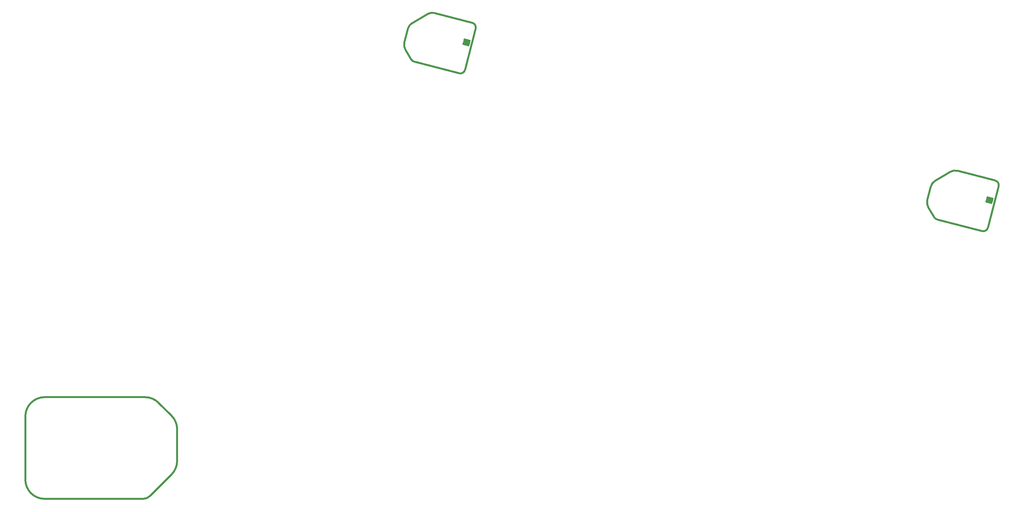
<source format=gbr>
*
G4_C Author: OrCAD GerbTool(tm) 8.1.1 Wed Jun 18 23:47:49 2003*
%LPD*%
%LNstiffbot*%
%FSLAX34Y34*%
%MOIN*%
%AD*%
%AMD26R75*
20,1,0.027000,0.000000,-0.036000,0.000000,0.036000,75.500000*
%
%AMD26R75N2*
20,1,0.027000,0.000000,-0.036000,0.000000,0.036000,75.500000*
%
%ADD10C,0.010000*%
%ADD11C,0.020000*%
%ADD12D26R75*%
%ADD13D26R75N2*%
%ADD26R,0.027000X0.072000*%
G4_C OrCAD GerbTool Tool List *
G54D11*
G1X12929Y434D2*
G75*
G2X12223Y141I-707J707D1*
G74*
G1X2005Y142D2*
G75*
G2X5Y2143I0J2000D1*
G74*
G1X5Y8700D1*
G1X2005Y10700D2*
G75*
G3X5Y8700I0J-2000D1*
G74*
G1X12223Y142D2*
G1X2005Y142D1*
G1X2005Y10700D2*
G1X12412Y10700D1*
G75*
G2X13826Y10114I0J-2000D1*
G74*
G1X15161Y8779D1*
G75*
G2X15747Y7365I-1414J-1414D1*
G74*
G1X15747Y4081D1*
G1X15161Y2668D2*
G1X12929Y434D1*
G1X15747Y4081D2*
G75*
G2X15161Y2668I-1999J0D1*
G74*
G1X100945Y32591D2*
G75*
G3X100586Y33201I-484J125D1*
G74*
G1X94261Y29386D2*
G75*
G3X94567Y29155I431J254D1*
G74*
G1X99228Y27949D1*
G1X99837Y28308D2*
G1X100945Y32591D1*
G1X99228Y27949D2*
G75*
G3X99837Y28308I125J484D1*
G74*
G1X94261Y29386D2*
G1X93655Y30415D1*
G75*
G2X93549Y31173I862J507D1*
G74*
G1X93909Y32565D1*
G75*
G2X94370Y33176I968J-250D1*
G74*
G1X95938Y34100D1*
G1X96696Y34207D2*
G1X100586Y33201D1*
G1X95938Y34100D2*
G75*
G2X96696Y34207I508J-862D1*
G74*
G54D13*
G1X99948Y30971D3*
G1X99998Y31163D3*
G1X100048Y31357D3*
G1X46709Y48972D2*
G75*
G54D11*
G3X46350Y49581I-484J125D1*
G74*
G1X40025Y45766D2*
G75*
G3X40331Y45535I431J254D1*
G74*
G1X44992Y44330D1*
G1X45601Y44689D2*
G1X46709Y48972D1*
G1X44992Y44330D2*
G75*
G3X45601Y44689I125J484D1*
G74*
G1X40025Y45766D2*
G1X39419Y46796D1*
G75*
G2X39313Y47553I862J507D1*
G74*
G1X39673Y48945D1*
G75*
G2X40134Y49557I968J-250D1*
G74*
G1X41702Y50480D1*
G1X42460Y50587D2*
G1X46350Y49581D1*
G1X41702Y50480D2*
G75*
G2X42460Y50587I508J-862D1*
G74*
G54D12*
G1X45712Y47352D3*
G1X45762Y47543D3*
G1X45812Y47737D3*
M2*

</source>
